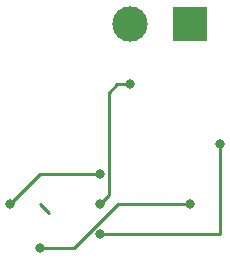
<source format=gbr>
%TF.GenerationSoftware,KiCad,Pcbnew,(6.0.10)*%
%TF.CreationDate,2023-02-23T16:05:32-08:00*%
%TF.ProjectId,lab4 Exercise 2,6c616234-2045-4786-9572-636973652032,rev?*%
%TF.SameCoordinates,Original*%
%TF.FileFunction,Copper,L2,Bot*%
%TF.FilePolarity,Positive*%
%FSLAX46Y46*%
G04 Gerber Fmt 4.6, Leading zero omitted, Abs format (unit mm)*
G04 Created by KiCad (PCBNEW (6.0.10)) date 2023-02-23 16:05:32*
%MOMM*%
%LPD*%
G01*
G04 APERTURE LIST*
%TA.AperFunction,ComponentPad*%
%ADD10R,3.000000X3.000000*%
%TD*%
%TA.AperFunction,ComponentPad*%
%ADD11C,3.000000*%
%TD*%
%TA.AperFunction,ViaPad*%
%ADD12C,0.800000*%
%TD*%
%TA.AperFunction,Conductor*%
%ADD13C,0.250000*%
%TD*%
G04 APERTURE END LIST*
D10*
%TO.P,J1,1,Pin_1*%
%TO.N,+9V*%
X154940000Y-91440000D03*
D11*
%TO.P,J1,2,Pin_2*%
%TO.N,GND*%
X149860000Y-91440000D03*
%TD*%
D12*
%TO.N,/pin_2*%
X142240000Y-110409500D03*
X154940000Y-106680000D03*
%TO.N,GND*%
X147320000Y-106680000D03*
X149860000Y-96520000D03*
%TO.N,/pin_7*%
X147320000Y-109220000D03*
X157480000Y-101600000D03*
%TO.N,/pin_3*%
X139700000Y-106680000D03*
X147320000Y-104140000D03*
%TD*%
D13*
%TO.N,/pin_2*%
X145105195Y-110409500D02*
X148834695Y-106680000D01*
X142240000Y-110409500D02*
X145105195Y-110409500D01*
X148834695Y-106680000D02*
X154940000Y-106680000D01*
X142240000Y-106680000D02*
X142965000Y-107405000D01*
%TO.N,GND*%
X148045000Y-97245000D02*
X148770000Y-96520000D01*
X147320000Y-106680000D02*
X148045000Y-105955000D01*
X148045000Y-105955000D02*
X148045000Y-97245000D01*
X148770000Y-96520000D02*
X149860000Y-96520000D01*
%TO.N,/pin_7*%
X147320000Y-109220000D02*
X157480000Y-109220000D01*
X157480000Y-109220000D02*
X157480000Y-101600000D01*
%TO.N,/pin_3*%
X144055000Y-104140000D02*
X147320000Y-104140000D01*
X142240000Y-104140000D02*
X144055000Y-104140000D01*
X139700000Y-106680000D02*
X142240000Y-104140000D01*
%TD*%
M02*

</source>
